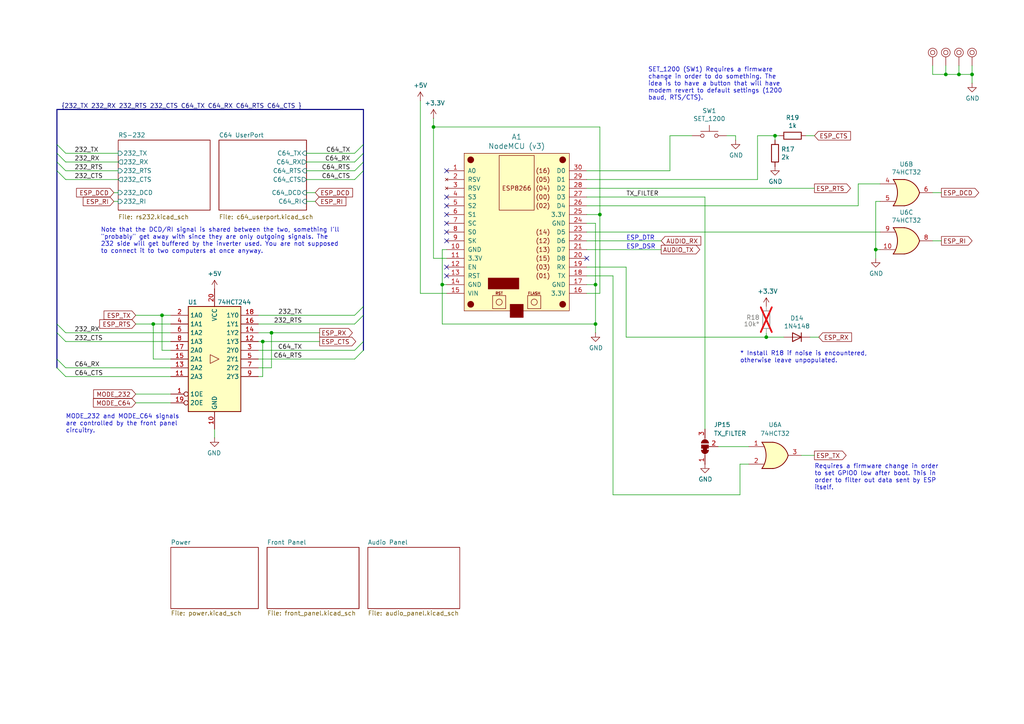
<source format=kicad_sch>
(kicad_sch (version 20231120) (generator "eeschema") (generator_version "8.0")
  (paper "A4")
  (title_block (title "BulkyModem") (rev "A") (comment 3 "Commodore 64 and standard RS-232.") (comment 4 "Retro WIFI modem, made for the fun of it. The goal is to have it selectable between"))
  (lib_symbols
    (symbol "74xx:74HCT244"
      (property "Reference" "U" (at -7.62 16.51 0))
      (property "Value" "74HCT244" (at -7.62 -16.51 0))
      (symbol "74HCT244_1_0"
        (polyline (pts (xy 1.27 0) (xy -1.27 1.27) (xy -1.27 -1.27) (xy 1.27 0)) (stroke (width 0.1524)))
        (pin input inverted (at -12.7 -10.16 0) (length 5.08) (name "1OE") (number "1"))
        (pin power_in line (at 0 -20.32 90) (length 5.08) (name "GND") (number "10"))
        (pin input line (at -12.7 -5.08 0) (length 5.08) (name "2A3") (number "11"))
        (pin tri_state line (at 12.7 5.08 180) (length 5.08) (name "1Y3") (number "12"))
        (pin input line (at -12.7 -2.54 0) (length 5.08) (name "2A2") (number "13"))
        (pin tri_state line (at 12.7 7.62 180) (length 5.08) (name "1Y2") (number "14"))
        (pin input line (at -12.7 0 0) (length 5.08) (name "2A1") (number "15"))
        (pin tri_state line (at 12.7 10.16 180) (length 5.08) (name "1Y1") (number "16"))
        (pin input line (at -12.7 2.54 0) (length 5.08) (name "2A0") (number "17"))
        (pin tri_state line (at 12.7 12.7 180) (length 5.08) (name "1Y0") (number "18"))
        (pin input inverted (at -12.7 -12.7 0) (length 5.08) (name "2OE") (number "19"))
        (pin input line (at -12.7 12.7 0) (length 5.08) (name "1A0") (number "2"))
        (pin power_in line (at 0 20.32 270) (length 5.08) (name "VCC") (number "20"))
        (pin tri_state line (at 12.7 2.54 180) (length 5.08) (name "2Y0") (number "3"))
        (pin input line (at -12.7 10.16 0) (length 5.08) (name "1A1") (number "4"))
        (pin tri_state line (at 12.7 0 180) (length 5.08) (name "2Y1") (number "5"))
        (pin input line (at -12.7 7.62 0) (length 5.08) (name "1A2") (number "6"))
        (pin tri_state line (at 12.7 -2.54 180) (length 5.08) (name "2Y2") (number "7"))
        (pin input line (at -12.7 5.08 0) (length 5.08) (name "1A3") (number "8"))
        (pin tri_state line (at 12.7 -5.08 180) (length 5.08) (name "2Y3") (number "9"))
      )
      (symbol "74HCT244_1_1"
        (rectangle (start -7.62 15.24) (end 7.62 -15.24) (stroke (width 0.254)) (fill (type background)))
      )
    )
    (symbol "74xx:74LS32" (pin_names (offset 1.016))
      (property "Reference" "U" (at 0 1.27 0))
      (property "Value" "74LS32" (at 0 -1.27 0))
      (symbol "74LS32_1_1"
        (arc (start -3.81 -3.81) (mid -2.589 0) (end -3.81 3.81) (stroke (width 0.254)))
        (arc (start -0.6096 -3.81) (mid 2.1842 -2.5851) (end 3.81 0) (stroke (width 0.254)) (fill (type background)))
        (polyline (pts (xy -3.81 -3.81) (xy -0.635 -3.81)) (stroke (width 0.254)) (fill (type background)))
        (polyline (pts (xy -3.81 3.81) (xy -0.635 3.81)) (stroke (width 0.254)) (fill (type background)))
        (polyline (pts (xy -0.635 3.81) (xy -3.81 3.81) (xy -3.81 3.81) (xy -3.556 3.4036) (xy -3.0226 2.2606) (xy -2.6924 1.0414) (xy -2.6162 -0.254) (xy -2.7686 -1.4986) (xy -3.175 -2.7178) (xy -3.81 -3.81) (xy -3.81 -3.81) (xy -0.635 -3.81)) (stroke (width -25.4)) (fill (type background)))
        (arc (start 3.81 0) (mid 2.1915 2.5936) (end -0.6096 3.81) (stroke (width 0.254)) (fill (type background)))
        (pin input line (at -7.62 2.54 0) (length 4.318) (name "~") (number "1"))
        (pin input line (at -7.62 -2.54 0) (length 4.318) (name "~") (number "2"))
        (pin output line (at 7.62 0 180) (length 3.81) (name "~") (number "3"))
      )
      (symbol "74LS32_1_2"
        (arc (start 0 -3.81) (mid 3.7934 0) (end 0 3.81) (stroke (width 0.254)) (fill (type background)))
        (polyline (pts (xy 0 3.81) (xy -3.81 3.81) (xy -3.81 -3.81) (xy 0 -3.81)) (stroke (width 0.254)) (fill (type background)))
        (pin input inverted (at -7.62 2.54 0) (length 3.81) (name "~") (number "1"))
        (pin input inverted (at -7.62 -2.54 0) (length 3.81) (name "~") (number "2"))
        (pin output inverted (at 7.62 0 180) (length 3.81) (name "~") (number "3"))
      )
      (symbol "74LS32_2_1"
        (arc (start -3.81 -3.81) (mid -2.589 0) (end -3.81 3.81) (stroke (width 0.254)))
        (arc (start -0.6096 -3.81) (mid 2.1842 -2.5851) (end 3.81 0) (stroke (width 0.254)) (fill (type background)))
        (polyline (pts (xy -3.81 -3.81) (xy -0.635 -3.81)) (stroke (width 0.254)) (fill (type background)))
        (polyline (pts (xy -3.81 3.81) (xy -0.635 3.81)) (stroke (width 0.254)) (fill (type background)))
        (polyline (pts (xy -0.635 3.81) (xy -3.81 3.81) (xy -3.81 3.81) (xy -3.556 3.4036) (xy -3.0226 2.2606) (xy -2.6924 1.0414) (xy -2.6162 -0.254) (xy -2.7686 -1.4986) (xy -3.175 -2.7178) (xy -3.81 -3.81) (xy -3.81 -3.81) (xy -0.635 -3.81)) (stroke (width -25.4)) (fill (type background)))
        (arc (start 3.81 0) (mid 2.1915 2.5936) (end -0.6096 3.81) (stroke (width 0.254)) (fill (type background)))
        (pin input line (at -7.62 2.54 0) (length 4.318) (name "~") (number "4"))
        (pin input line (at -7.62 -2.54 0) (length 4.318) (name "~") (number "5"))
        (pin output line (at 7.62 0 180) (length 3.81) (name "~") (number "6"))
      )
      (symbol "74LS32_2_2"
        (arc (start 0 -3.81) (mid 3.7934 0) (end 0 3.81) (stroke (width 0.254)) (fill (type background)))
        (polyline (pts (xy 0 3.81) (xy -3.81 3.81) (xy -3.81 -3.81) (xy 0 -3.81)) (stroke (width 0.254)) (fill (type background)))
        (pin input inverted (at -7.62 2.54 0) (length 3.81) (name "~") (number "4"))
        (pin input inverted (at -7.62 -2.54 0) (length 3.81) (name "~") (number "5"))
        (pin output inverted (at 7.62 0 180) (length 3.81) (name "~") (number "6"))
      )
      (symbol "74LS32_3_1"
        (arc (start -3.81 -3.81) (mid -2.589 0) (end -3.81 3.81) (stroke (width 0.254)))
        (arc (start -0.6096 -3.81) (mid 2.1842 -2.5851) (end 3.81 0) (stroke (width 0.254)) (fill (type background)))
        (polyline (pts (xy -3.81 -3.81) (xy -0.635 -3.81)) (stroke (width 0.254)) (fill (type background)))
        (polyline (pts (xy -3.81 3.81) (xy -0.635 3.81)) (stroke (width 0.254)) (fill (type background)))
        (polyline (pts (xy -0.635 3.81) (xy -3.81 3.81) (xy -3.81 3.81) (xy -3.556 3.4036) (xy -3.0226 2.2606) (xy -2.6924 1.0414) (xy -2.6162 -0.254) (xy -2.7686 -1.4986) (xy -3.175 -2.7178) (xy -3.81 -3.81) (xy -3.81 -3.81) (xy -0.635 -3.81)) (stroke (width -25.4)) (fill (type background)))
        (arc (start 3.81 0) (mid 2.1915 2.5936) (end -0.6096 3.81) (stroke (width 0.254)) (fill (type background)))
        (pin input line (at -7.62 -2.54 0) (length 4.318) (name "~") (number "10"))
        (pin output line (at 7.62 0 180) (length 3.81) (name "~") (number "8"))
        (pin input line (at -7.62 2.54 0) (length 4.318) (name "~") (number "9"))
      )
      (symbol "74LS32_3_2"
        (arc (start 0 -3.81) (mid 3.7934 0) (end 0 3.81) (stroke (width 0.254)) (fill (type background)))
        (polyline (pts (xy 0 3.81) (xy -3.81 3.81) (xy -3.81 -3.81) (xy 0 -3.81)) (stroke (width 0.254)) (fill (type background)))
        (pin input inverted (at -7.62 -2.54 0) (length 3.81) (name "~") (number "10"))
        (pin output inverted (at 7.62 0 180) (length 3.81) (name "~") (number "8"))
        (pin input inverted (at -7.62 2.54 0) (length 3.81) (name "~") (number "9"))
      )
      (symbol "74LS32_4_1"
        (arc (start -3.81 -3.81) (mid -2.589 0) (end -3.81 3.81) (stroke (width 0.254)))
        (arc (start -0.6096 -3.81) (mid 2.1842 -2.5851) (end 3.81 0) (stroke (width 0.254)) (fill (type background)))
        (polyline (pts (xy -3.81 -3.81) (xy -0.635 -3.81)) (stroke (width 0.254)) (fill (type background)))
        (polyline (pts (xy -3.81 3.81) (xy -0.635 3.81)) (stroke (width 0.254)) (fill (type background)))
        (polyline (pts (xy -0.635 3.81) (xy -3.81 3.81) (xy -3.81 3.81) (xy -3.556 3.4036) (xy -3.0226 2.2606) (xy -2.6924 1.0414) (xy -2.6162 -0.254) (xy -2.7686 -1.4986) (xy -3.175 -2.7178) (xy -3.81 -3.81) (xy -3.81 -3.81) (xy -0.635 -3.81)) (stroke (width -25.4)) (fill (type background)))
        (arc (start 3.81 0) (mid 2.1915 2.5936) (end -0.6096 3.81) (stroke (width 0.254)) (fill (type background)))
        (pin output line (at 7.62 0 180) (length 3.81) (name "~") (number "11"))
        (pin input line (at -7.62 2.54 0) (length 4.318) (name "~") (number "12"))
        (pin input line (at -7.62 -2.54 0) (length 4.318) (name "~") (number "13"))
      )
      (symbol "74LS32_4_2"
        (arc (start 0 -3.81) (mid 3.7934 0) (end 0 3.81) (stroke (width 0.254)) (fill (type background)))
        (polyline (pts (xy 0 3.81) (xy -3.81 3.81) (xy -3.81 -3.81) (xy 0 -3.81)) (stroke (width 0.254)) (fill (type background)))
        (pin output inverted (at 7.62 0 180) (length 3.81) (name "~") (number "11"))
        (pin input inverted (at -7.62 2.54 0) (length 3.81) (name "~") (number "12"))
        (pin input inverted (at -7.62 -2.54 0) (length 3.81) (name "~") (number "13"))
      )
      (symbol "74LS32_5_0"
        (pin power_in line (at 0 12.7 270) (length 5.08) (name "VCC") (number "14"))
        (pin power_in line (at 0 -12.7 90) (length 5.08) (name "GND") (number "7"))
      )
      (symbol "74LS32_5_1"
        (rectangle (start -5.08 7.62) (end 5.08 -7.62) (stroke (width 0.254)) (fill (type background)))
      )
    )
    (symbol "BulkyModem:Swap_Output" (pin_names (offset 0) hide)
      (property "Reference" "JP" (at -2.54 -2.54 0))
      (property "Value" "Swap_Output" (at 0 2.794 0))
      (symbol "Swap_Output_0_1"
        (rectangle (start -1.016 0.508) (end -0.508 -0.508) (fill (type outline)))
        (arc (start -1.016 1.016) (mid -2.032 0) (end -1.016 -1.016))
        (arc (start -1.016 1.016) (mid -2.032 0) (end -1.016 -1.016) (fill (type outline)))
        (rectangle (start -0.508 1.016) (end 0.508 -1.016) (fill (type outline)))
        (polyline (pts (xy -2.54 0) (xy -2.032 0)))
        (polyline (pts (xy -1.016 1.016) (xy -1.016 -1.016)))
        (polyline (pts (xy 0 -1.27) (xy 0 -1.016)))
        (polyline (pts (xy 1.016 1.016) (xy 1.016 -1.016)))
        (polyline (pts (xy 2.54 0) (xy 2.032 0)))
        (arc (start 1.016 -1.016) (mid 2.032 0) (end 1.016 1.016))
        (arc (start 1.016 -1.016) (mid 2.032 0) (end 1.016 1.016) (fill (type outline)))
      )
      (symbol "Swap_Output_1_1"
        (pin input line (at -5.08 0 0) (length 2.54) (name "A") (number "1"))
        (pin output line (at 0 -3.81 90) (length 2.54) (name "C") (number "2"))
        (pin passive line (at 5.08 0 180) (length 2.54) (name "B") (number "3"))
      )
    )
    (symbol "Device:R" (pin_numbers hide) (pin_names (offset 0))
      (property "Reference" "R" (at 2.032 0 90))
      (property "Value" "R" (at 0 0 90))
      (symbol "R_0_1"
        (rectangle (start -1.016 -2.54) (end 1.016 2.54) (stroke (width 0.254)))
      )
      (symbol "R_1_1"
        (pin passive line (at 0 3.81 270) (length 1.27) (name "~") (number "1"))
        (pin passive line (at 0 -3.81 90) (length 1.27) (name "~") (number "2"))
      )
    )
    (symbol "Diode:1N4148" (pin_numbers hide) (pin_names hide)
      (property "Reference" "D" (at 0 2.54 0))
      (property "Value" "1N4148" (at 0 -2.54 0))
      (symbol "1N4148_0_1"
        (polyline (pts (xy -1.27 1.27) (xy -1.27 -1.27)) (stroke (width 0.254)))
        (polyline (pts (xy 1.27 0) (xy -1.27 0)))
        (polyline (pts (xy 1.27 1.27) (xy 1.27 -1.27) (xy -1.27 0) (xy 1.27 1.27)) (stroke (width 0.254)))
      )
      (symbol "1N4148_1_1"
        (pin passive line (at -3.81 0 0) (length 2.54) (name "K") (number "1"))
        (pin passive line (at 3.81 0 180) (length 2.54) (name "A") (number "2"))
      )
    )
    (symbol "Switch:SW_Push" (pin_numbers hide) (pin_names (offset 1.016) hide)
      (property "Reference" "SW" (at 1.27 2.54 0))
      (property "Value" "SW_Push" (at 0 -1.524 0))
      (symbol "SW_Push_0_1"
        (circle (center -2.032 0) (radius 0.508))
        (polyline (pts (xy 0 1.27) (xy 0 3.048)))
        (polyline (pts (xy 2.54 1.27) (xy -2.54 1.27)))
        (circle (center 2.032 0) (radius 0.508))
        (pin passive line (at -5.08 0 0) (length 2.54) (name "1") (number "1"))
        (pin passive line (at 5.08 0 180) (length 2.54) (name "2") (number "2"))
      )
    )
    (symbol "mounting:Mounting_Pin" (pin_numbers hide) (pin_names (offset 0) hide)
      (symbol "Mounting_Pin_0_1"
        (circle (center 0 0) (radius 0.635))
        (circle (center 0 0) (radius 1.27))
      )
      (symbol "Mounting_Pin_1_1"
        (pin passive line (at 0 -3.81 90) (length 2.54) (name "~") (number "1"))
      )
    )
    (symbol "nodemcu_v3:NodeMCU_v3" (pin_names (offset 1.016))
      (property "Reference" "A" (at -13.335 24.13 0))
      (property "Value" "NodeMCU_v3" (at 0 -3.175 90))
      (symbol "NodeMCU_v3_0_0"
        (circle (center -13.335 20.955) (radius 0.889) (fill (type outline)))
        (rectangle (start 3.175 -18.415) (end 6.985 -22.225))
        (circle (center 5.08 -20.32) (radius 0.889))
        (text "(16)" (at 7.62 17.78 0) (effects (font (size 1.27 1.27))))
        (text "ESP8266" (at 0 12.7 0) (effects (font (size 1.27 1.27))))
        (text "FLASH" (at 5.08 -17.78 0) (effects (font (size 0.7874 0.7874))))
        (text "RST" (at -5.08 -17.78 0) (effects (font (size 0.7874 0.7874))))
      )
      (symbol "NodeMCU_v3_0_1"
        (rectangle (start -15.24 -22.86) (end 15.24 22.86) (fill (type background)))
        (rectangle (start -8.255 -13.335) (end 0.635 -16.51) (fill (type outline)))
        (rectangle (start -5.08 22.225) (end 5.08 6.35))
        (rectangle (start -1.905 -20.955) (end 1.905 -24.765) (fill (type outline)))
      )
      (symbol "NodeMCU_v3_1_1"
        (circle (center -13.335 -20.955) (radius 0.889) (fill (type outline)))
        (rectangle (start -6.985 -18.415) (end -3.175 -22.225))
        (circle (center -5.08 -20.32) (radius 0.889))
        (circle (center 13.335 -20.955) (radius 0.889) (fill (type outline)))
        (circle (center 13.335 20.955) (radius 0.889) (fill (type outline)))
        (text "(00)" (at 7.62 10.16 0) (effects (font (size 1.27 1.27))))
        (text "(01)" (at 7.62 -12.7 0) (effects (font (size 1.27 1.27))))
        (text "(02)" (at 7.62 7.62 0) (effects (font (size 1.27 1.27))))
        (text "(03)" (at 7.62 -10.16 0) (effects (font (size 1.27 1.27))))
        (text "(04)" (at 7.62 12.7 0) (effects (font (size 1.27 1.27))))
        (text "(05)" (at 7.62 15.24 0) (effects (font (size 1.27 1.27))))
        (text "(12)" (at 7.62 -2.54 0) (effects (font (size 1.27 1.27))))
        (text "(13)" (at 7.62 -5.08 0) (effects (font (size 1.27 1.27))))
        (text "(14)" (at 7.62 0 0) (effects (font (size 1.27 1.27))))
        (text "(15)" (at 7.62 -7.62 0) (effects (font (size 1.27 1.27))))
        (pin input line (at -20.32 17.78 0) (length 5.08) (name "A0") (number "1"))
        (pin passive line (at -20.32 -5.08 0) (length 5.08) (name "GND") (number "10"))
        (pin power_out line (at -20.32 -7.62 0) (length 5.08) (name "3.3V") (number "11"))
        (pin input line (at -20.32 -10.16 0) (length 5.08) (name "EN") (number "12"))
        (pin input line (at -20.32 -12.7 0) (length 5.08) (name "RST") (number "13"))
        (pin power_in line (at -20.32 -15.24 0) (length 5.08) (name "GND") (number "14"))
        (pin power_in line (at -20.32 -17.78 0) (length 5.08) (name "VIN") (number "15"))
        (pin passive line (at 20.32 -17.78 180) (length 5.08) (name "3.3V") (number "16"))
        (pin passive line (at 20.32 -15.24 180) (length 5.08) (name "GND") (number "17"))
        (pin output line (at 20.32 -12.7 180) (length 5.08) (name "TX") (number "18"))
        (pin input line (at 20.32 -10.16 180) (length 5.08) (name "RX") (number "19"))
        (pin no_connect line (at -20.32 15.24 0) (length 5.08) (name "RSV") (number "2"))
        (pin bidirectional line (at 20.32 -7.62 180) (length 5.08) (name "D8") (number "20"))
        (pin bidirectional line (at 20.32 -5.08 180) (length 5.08) (name "D7") (number "21"))
        (pin bidirectional line (at 20.32 -2.54 180) (length 5.08) (name "D6") (number "22"))
        (pin bidirectional line (at 20.32 0 180) (length 5.08) (name "D5") (number "23"))
        (pin passive line (at 20.32 2.54 180) (length 5.08) (name "GND") (number "24"))
        (pin passive line (at 20.32 5.08 180) (length 5.08) (name "3.3V") (number "25"))
        (pin bidirectional line (at 20.32 7.62 180) (length 5.08) (name "D4") (number "26"))
        (pin bidirectional line (at 20.32 10.16 180) (length 5.08) (name "D3") (number "27"))
        (pin bidirectional line (at 20.32 12.7 180) (length 5.08) (name "D2") (number "28"))
        (pin bidirectional line (at 20.32 15.24 180) (length 5.08) (name "D1") (number "29"))
        (pin no_connect line (at -20.32 12.7 0) (length 5.08) (name "RSV") (number "3"))
        (pin bidirectional line (at 20.32 17.78 180) (length 5.08) (name "D0") (number "30"))
        (pin bidirectional line (at -20.32 10.16 0) (length 5.08) (name "S3") (number "4"))
        (pin bidirectional line (at -20.32 7.62 0) (length 5.08) (name "S2") (number "5"))
        (pin bidirectional line (at -20.32 5.08 0) (length 5.08) (name "S1") (number "6"))
        (pin bidirectional line (at -20.32 2.54 0) (length 5.08) (name "SC") (number "7"))
        (pin bidirectional line (at -20.32 0 0) (length 5.08) (name "S0") (number "8"))
        (pin bidirectional line (at -20.32 -2.54 0) (length 5.08) (name "SK") (number "9"))
      )
    )
    (symbol "power:+3.3V" (power) (pin_numbers hide) (pin_names (offset 0) hide)
      (property "Value" "+3.3V" (at 0 3.556 0))
      (symbol "+3.3V_0_1"
        (polyline (pts (xy -0.762 1.27) (xy 0 2.54)))
        (polyline (pts (xy 0 0) (xy 0 2.54)))
        (polyline (pts (xy 0 2.54) (xy 0.762 1.27)))
      )
      (symbol "+3.3V_1_1"
        (pin power_in line (at 0 0 90) (length 0) (name "~") (number "1"))
      )
    )
    (symbol "power:+5V" (power) (pin_numbers hide) (pin_names (offset 0) hide)
      (property "Value" "+5V" (at 0 3.556 0))
      (symbol "+5V_0_1"
        (polyline (pts (xy -0.762 1.27) (xy 0 2.54)))
        (polyline (pts (xy 0 0) (xy 0 2.54)))
        (polyline (pts (xy 0 2.54) (xy 0.762 1.27)))
      )
      (symbol "+5V_1_1"
        (pin power_in line (at 0 0 90) (length 0) (name "~") (number "1"))
      )
    )
    (symbol "power:GND" (power) (pin_numbers hide) (pin_names (offset 0) hide)
      (property "Value" "GND" (at 0 -3.81 0))
      (symbol "GND_0_1"
        (polyline (pts (xy 0 0) (xy 0 -1.27) (xy 1.27 -1.27) (xy 0 -2.54) (xy -1.27 -1.27) (xy 0 -1.27)))
      )
      (symbol "GND_1_1"
        (pin power_in line (at 0 0 270) (length 0) (name "~") (number "1"))
      )
    )
  )
  (junction (at 274.32 21.59))
  (junction (at 224.79 39.37))
  (junction (at 76.2 99.06))
  (junction (at 254 72.39))
  (junction (at 128.27 82.55))
  (junction (at 173.99 62.23))
  (junction (at 222.25 97.79))
  (junction (at 125.73 36.83))
  (junction (at 172.72 82.55))
  (junction (at 278.13 21.59))
  (junction (at 78.74 96.52))
  (junction (at 44.45 93.98))
  (junction (at 172.72 93.98))
  (junction (at 281.94 21.59))
  (junction (at 46.99 91.44))
  (no_connect (at 129.54 67.31))
  (no_connect (at 129.54 49.53))
  (no_connect (at 170.18 74.93))
  (no_connect (at 129.54 69.85))
  (no_connect (at 129.54 62.23))
  (no_connect (at 129.54 57.15))
  (no_connect (at 129.54 59.69))
  (no_connect (at 129.54 77.47))
  (no_connect (at 129.54 80.01))
  (no_connect (at 129.54 64.77))
  (bus_entry (at 105.41 88.9) (size -2.54 2.54))
  (bus_entry (at 19.05 96.52) (size -2.54 -2.54))
  (bus_entry (at 105.41 99.06) (size -2.54 2.54))
  (bus_entry (at 105.41 46.99) (size -2.54 2.54))
  (bus_entry (at 16.51 46.99) (size 2.54 2.54))
  (bus_entry (at 105.41 44.45) (size -2.54 2.54))
  (bus_entry (at 19.05 106.68) (size -2.54 -2.54))
  (bus_entry (at 16.51 49.53) (size 2.54 2.54))
  (bus_entry (at 19.05 109.22) (size -2.54 -2.54))
  (bus_entry (at 19.05 99.06) (size -2.54 -2.54))
  (bus_entry (at 105.41 49.53) (size -2.54 2.54))
  (bus_entry (at 16.51 41.91) (size 2.54 2.54))
  (bus_entry (at 105.41 91.44) (size -2.54 2.54))
  (bus_entry (at 105.41 101.6) (size -2.54 2.54))
  (bus_entry (at 16.51 44.45) (size 2.54 2.54))
  (bus_entry (at 105.41 41.91) (size -2.54 2.54))
  (wire (pts (xy 208.28 129.54) (xy 217.17 129.54)))
  (wire (pts (xy 255.27 58.42) (xy 254 58.42)))
  (wire (pts (xy 173.99 62.23) (xy 173.99 36.83)))
  (wire (pts (xy 19.05 109.22) (xy 49.53 109.22)))
  (wire (pts (xy 44.45 93.98) (xy 49.53 93.98)))
  (wire (pts (xy 49.53 104.14) (xy 44.45 104.14)))
  (bus (pts (xy 16.51 104.14) (xy 16.51 106.68)))
  (wire (pts (xy 125.73 36.83) (xy 125.73 74.93)))
  (wire (pts (xy 33.02 55.88) (xy 34.29 55.88)))
  (wire (pts (xy 125.73 36.83) (xy 173.99 36.83)))
  (wire (pts (xy 274.32 21.59) (xy 274.32 19.05)))
  (wire (pts (xy 233.68 39.37) (xy 236.22 39.37)))
  (wire (pts (xy 170.18 52.07) (xy 219.71 52.07)))
  (wire (pts (xy 78.74 96.52) (xy 92.71 96.52)))
  (wire (pts (xy 76.2 109.22) (xy 76.2 99.06)))
  (wire (pts (xy 204.47 57.15) (xy 204.47 124.46)))
  (bus (pts (xy 16.51 93.98) (xy 16.51 96.52)))
  (wire (pts (xy 181.61 77.47) (xy 181.61 97.79)))
  (wire (pts (xy 74.93 93.98) (xy 102.87 93.98)))
  (bus (pts (xy 105.41 41.91) (xy 105.41 44.45)))
  (wire (pts (xy 121.92 29.21) (xy 121.92 85.09)))
  (wire (pts (xy 194.31 39.37) (xy 200.66 39.37)))
  (wire (pts (xy 237.49 97.79) (xy 234.95 97.79)))
  (wire (pts (xy 170.18 77.47) (xy 181.61 77.47)))
  (wire (pts (xy 34.29 44.45) (xy 19.05 44.45)))
  (wire (pts (xy 170.18 69.85) (xy 191.77 69.85)))
  (bus (pts (xy 16.51 46.99) (xy 16.51 49.53)))
  (wire (pts (xy 254 58.42) (xy 254 72.39)))
  (wire (pts (xy 270.51 19.05) (xy 270.51 21.59)))
  (bus (pts (xy 105.41 88.9) (xy 105.41 91.44)))
  (wire (pts (xy 74.93 91.44) (xy 102.87 91.44)))
  (wire (pts (xy 248.92 53.34) (xy 255.27 53.34)))
  (wire (pts (xy 170.18 57.15) (xy 204.47 57.15)))
  (wire (pts (xy 39.37 93.98) (xy 44.45 93.98)))
  (wire (pts (xy 217.17 134.62) (xy 214.63 134.62)))
  (wire (pts (xy 128.27 82.55) (xy 128.27 93.98)))
  (wire (pts (xy 19.05 99.06) (xy 49.53 99.06)))
  (wire (pts (xy 210.82 39.37) (xy 213.36 39.37)))
  (wire (pts (xy 128.27 72.39) (xy 128.27 82.55)))
  (wire (pts (xy 74.93 96.52) (xy 78.74 96.52)))
  (bus (pts (xy 105.41 46.99) (xy 105.41 49.53)))
  (wire (pts (xy 78.74 106.68) (xy 78.74 96.52)))
  (wire (pts (xy 74.93 106.68) (xy 78.74 106.68)))
  (wire (pts (xy 91.44 55.88) (xy 88.9 55.88)))
  (wire (pts (xy 181.61 97.79) (xy 222.25 97.79)))
  (wire (pts (xy 128.27 93.98) (xy 172.72 93.98)))
  (wire (pts (xy 170.18 54.61) (xy 236.22 54.61)))
  (wire (pts (xy 222.25 96.52) (xy 222.25 97.79)))
  (wire (pts (xy 46.99 91.44) (xy 49.53 91.44)))
  (wire (pts (xy 39.37 116.84) (xy 49.53 116.84)))
  (wire (pts (xy 177.8 143.51) (xy 214.63 143.51)))
  (wire (pts (xy 254 72.39) (xy 254 74.93)))
  (wire (pts (xy 214.63 134.62) (xy 214.63 143.51)))
  (bus (pts (xy 105.41 91.44) (xy 105.41 99.06)))
  (wire (pts (xy 39.37 114.3) (xy 49.53 114.3)))
  (wire (pts (xy 274.32 21.59) (xy 278.13 21.59)))
  (wire (pts (xy 273.05 69.85) (xy 270.51 69.85)))
  (wire (pts (xy 232.41 132.08) (xy 236.22 132.08)))
  (wire (pts (xy 74.93 101.6) (xy 102.87 101.6)))
  (bus (pts (xy 105.41 31.75) (xy 105.41 41.91)))
  (bus (pts (xy 105.41 49.53) (xy 105.41 88.9)))
  (wire (pts (xy 222.25 97.79) (xy 227.33 97.79)))
  (wire (pts (xy 177.8 80.01) (xy 177.8 143.51)))
  (wire (pts (xy 278.13 21.59) (xy 278.13 19.05)))
  (wire (pts (xy 88.9 44.45) (xy 102.87 44.45)))
  (wire (pts (xy 19.05 106.68) (xy 49.53 106.68)))
  (bus (pts (xy 16.51 31.75) (xy 105.41 31.75)))
  (wire (pts (xy 125.73 34.29) (xy 125.73 36.83)))
  (wire (pts (xy 19.05 46.99) (xy 34.29 46.99)))
  (wire (pts (xy 248.92 53.34) (xy 248.92 59.69)))
  (bus (pts (xy 16.51 44.45) (xy 16.51 46.99)))
  (wire (pts (xy 170.18 67.31) (xy 255.27 67.31)))
  (wire (pts (xy 46.99 101.6) (xy 46.99 91.44)))
  (wire (pts (xy 88.9 49.53) (xy 102.87 49.53)))
  (wire (pts (xy 172.72 93.98) (xy 172.72 82.55)))
  (wire (pts (xy 273.05 55.88) (xy 270.51 55.88)))
  (wire (pts (xy 172.72 82.55) (xy 170.18 82.55)))
  (wire (pts (xy 219.71 39.37) (xy 224.79 39.37)))
  (wire (pts (xy 270.51 21.59) (xy 274.32 21.59)))
  (wire (pts (xy 170.18 80.01) (xy 177.8 80.01)))
  (bus (pts (xy 16.51 96.52) (xy 16.51 104.14)))
  (wire (pts (xy 19.05 96.52) (xy 49.53 96.52)))
  (wire (pts (xy 33.02 58.42) (xy 34.29 58.42)))
  (wire (pts (xy 281.94 19.05) (xy 281.94 21.59)))
  (wire (pts (xy 19.05 52.07) (xy 34.29 52.07)))
  (bus (pts (xy 105.41 44.45) (xy 105.41 46.99)))
  (wire (pts (xy 172.72 82.55) (xy 172.72 64.77)))
  (wire (pts (xy 172.72 64.77) (xy 170.18 64.77)))
  (wire (pts (xy 74.93 99.06) (xy 76.2 99.06)))
  (wire (pts (xy 129.54 74.93) (xy 125.73 74.93)))
  (bus (pts (xy 16.51 31.75) (xy 16.51 41.91)))
  (wire (pts (xy 91.44 58.42) (xy 88.9 58.42)))
  (wire (pts (xy 170.18 49.53) (xy 194.31 49.53)))
  (wire (pts (xy 128.27 82.55) (xy 129.54 82.55)))
  (wire (pts (xy 129.54 72.39) (xy 128.27 72.39)))
  (wire (pts (xy 255.27 72.39) (xy 254 72.39)))
  (wire (pts (xy 219.71 52.07) (xy 219.71 39.37)))
  (wire (pts (xy 281.94 21.59) (xy 278.13 21.59)))
  (bus (pts (xy 105.41 99.06) (xy 105.41 101.6)))
  (wire (pts (xy 44.45 104.14) (xy 44.45 93.98)))
  (wire (pts (xy 76.2 99.06) (xy 92.71 99.06)))
  (wire (pts (xy 170.18 85.09) (xy 173.99 85.09)))
  (wire (pts (xy 172.72 93.98) (xy 172.72 96.52)))
  (wire (pts (xy 121.92 85.09) (xy 129.54 85.09)))
  (wire (pts (xy 170.18 72.39) (xy 191.77 72.39)))
  (wire (pts (xy 49.53 101.6) (xy 46.99 101.6)))
  (wire (pts (xy 62.23 127) (xy 62.23 124.46)))
  (wire (pts (xy 281.94 21.59) (xy 281.94 24.13)))
  (wire (pts (xy 224.79 39.37) (xy 226.06 39.37)))
  (wire (pts (xy 213.36 39.37) (xy 213.36 40.64)))
  (wire (pts (xy 194.31 39.37) (xy 194.31 49.53)))
  (bus (pts (xy 16.51 41.91) (xy 16.51 44.45)))
  (wire (pts (xy 102.87 46.99) (xy 88.9 46.99)))
  (wire (pts (xy 170.18 62.23) (xy 173.99 62.23)))
  (wire (pts (xy 170.18 59.69) (xy 248.92 59.69)))
  (wire (pts (xy 39.37 91.44) (xy 46.99 91.44)))
  (wire (pts (xy 74.93 104.14) (xy 102.87 104.14)))
  (bus (pts (xy 16.51 49.53) (xy 16.51 93.98)))
  (wire (pts (xy 74.93 109.22) (xy 76.2 109.22)))
  (wire (pts (xy 173.99 85.09) (xy 173.99 62.23)))
  (wire (pts (xy 34.29 49.53) (xy 19.05 49.53)))
  (wire (pts (xy 224.79 40.64) (xy 224.79 39.37)))
  (wire (pts (xy 102.87 52.07) (xy 88.9 52.07)))
  (text "SET_1200 (SW1) Requires a firmware\nchange in order to do something. The\nidea is to have a button that will have\nmodem revert to default settings (1200\nbaud, RTS/CTS)." (at 187.96 29.21 0) (effects (font (size 1.27 1.27)) (justify left bottom)))
  (text "MODE_232 and MODE_C64 signals\nare controlled by the front panel\ncircuitry." (at 19.05 125.73 0) (effects (font (size 1.27 1.27)) (justify left bottom)))
  (text "ESP_DSR" (at 181.61 72.39 0) (effects (font (size 1.27 1.27)) (justify left bottom)))
  (text "* Install R18 if noise is encountered,\notherwise leave unpopulated." (at 214.63 105.41 0) (effects (font (size 1.27 1.27)) (justify left bottom)))
  (text "Note that the DCD/RI signal is shared between the two, something I'll\n\"probably\" get away with since they are only outgoing signals. The\n232 side will get buffered by the inverter used. You are not supposed\nto connect it to two computers at once anyway." (at 29.21 73.66 0) (effects (font (size 1.27 1.27)) (justify left bottom)))
  (text "ESP_DTR" (at 181.61 69.85 0) (effects (font (size 1.27 1.27)) (justify left bottom)))
  (text "Requires a firmware change in order\nto set GPIO0 low after boot. This in\norder to filter out data sent by ESP\nitself." (at 236.22 142.24 0) (effects (font (size 1.27 1.27)) (justify left bottom)))
  (label "232_RX" (at 21.59 46.99 0))
  (label "232_RTS" (at 87.63 93.98 180))
  (label "C64_RX" (at 101.6 46.99 180))
  (label "{232_TX 232_RX 232_RTS 232_CTS C64_TX C64_RX C64_RTS C64_CTS }" (at 17.78 31.75 0))
  (label "TX_FILTER" (at 181.61 57.15 0))
  (label "C64_RX" (at 21.59 106.68 0))
  (label "232_CTS" (at 21.59 99.06 0))
  (label "C64_TX" (at 101.6 44.45 180))
  (label "C64_CTS" (at 21.59 109.22 0))
  (label "232_TX" (at 87.63 91.44 180))
  (label "232_RTS" (at 21.59 49.53 0))
  (label "C64_TX" (at 87.63 101.6 180))
  (label "232_TX" (at 21.59 44.45 0))
  (label "C64_RTS" (at 101.6 49.53 180))
  (label "C64_RTS" (at 87.63 104.14 180))
  (label "232_CTS" (at 21.59 52.07 0))
  (label "232_RX" (at 21.59 96.52 0))
  (label "C64_CTS" (at 101.6 52.07 180))
  (global_label "MODE_232" (shape input) (at 39.37 114.3 180) (property "Intersheetrefs" "${INTERSHEET_REFS}" (effects (hide yes))))
  (global_label "ESP_RI" (shape output) (at 273.05 69.85 0) (property "Intersheetrefs" "${INTERSHEET_REFS}" (effects (hide yes))))
  (global_label "ESP_RI" (shape input) (at 91.44 58.42 0) (property "Intersheetrefs" "${INTERSHEET_REFS}" (effects (hide yes))))
  (global_label "ESP_DCD" (shape output) (at 273.05 55.88 0) (property "Intersheetrefs" "${INTERSHEET_REFS}" (effects (hide yes))))
  (global_label "ESP_RX" (shape output) (at 92.71 96.52 0) (property "Intersheetrefs" "${INTERSHEET_REFS}" (effects (hide yes))))
  (global_label "ESP_RTS" (shape output) (at 236.22 54.61 0) (property "Intersheetrefs" "${INTERSHEET_REFS}" (effects (hide yes))))
  (global_label "ESP_RI" (shape input) (at 33.02 58.42 180) (property "Intersheetrefs" "${INTERSHEET_REFS}" (effects (hide yes))))
  (global_label "ESP_RTS" (shape input) (at 39.37 93.98 180) (property "Intersheetrefs" "${INTERSHEET_REFS}" (effects (hide yes))))
  (global_label "ESP_CTS" (shape input) (at 236.22 39.37 0) (property "Intersheetrefs" "${INTERSHEET_REFS}" (effects (hide yes))))
  (global_label "ESP_TX" (shape input) (at 39.37 91.44 180) (property "Intersheetrefs" "${INTERSHEET_REFS}" (effects (hide yes))))
  (global_label "AUDIO_TX" (shape output) (at 191.77 72.39 0) (property "Intersheetrefs" "${INTERSHEET_REFS}" (effects (hide yes))))
  (global_label "ESP_DCD" (shape input) (at 33.02 55.88 180) (property "Intersheetrefs" "${INTERSHEET_REFS}" (effects (hide yes))))
  (global_label "ESP_DCD" (shape input) (at 91.44 55.88 0) (property "Intersheetrefs" "${INTERSHEET_REFS}" (effects (hide yes))))
  (global_label "MODE_C64" (shape input) (at 39.37 116.84 180) (property "Intersheetrefs" "${INTERSHEET_REFS}" (effects (hide yes))))
  (global_label "ESP_RX" (shape input) (at 237.49 97.79 0) (property "Intersheetrefs" "${INTERSHEET_REFS}" (effects (hide yes))))
  (global_label "AUDIO_RX" (shape input) (at 191.77 69.85 0) (property "Intersheetrefs" "${INTERSHEET_REFS}" (effects (hide yes))))
  (global_label "ESP_TX" (shape output) (at 236.22 132.08 0) (property "Intersheetrefs" "${INTERSHEET_REFS}" (effects (hide yes))))
  (global_label "ESP_CTS" (shape output) (at 92.71 99.06 0) (property "Intersheetrefs" "${INTERSHEET_REFS}" (effects (hide yes))))
  (symbol (lib_id "mounting:Mounting_Pin") (at 278.13 15.24 0) (unit 1)
    (property "Reference" "M3" (effects (hide yes)))
    (property "Value" "Mounting" (effects (hide yes)))
    (property "Footprint" "mounting:M3_pin" (effects (hide yes)))
    (property "Description" "Generic connector, single row, 01x01" (effects (hide yes)))
  )
  (symbol (lib_id "mounting:Mounting_Pin") (at 281.94 15.24 0) (unit 1)
    (property "Reference" "M4" (effects (hide yes)))
    (property "Value" "Mounting" (effects (hide yes)))
    (property "Footprint" "mounting:M3_pin" (effects (hide yes)))
    (property "Description" "Generic connector, single row, 01x01" (effects (hide yes)))
  )
  (symbol (lib_id "mounting:Mounting_Pin") (at 274.32 15.24 0) (unit 1)
    (property "Reference" "M2" (effects (hide yes)))
    (property "Value" "Mounting" (effects (hide yes)))
    (property "Footprint" "mounting:M3_pin" (effects (hide yes)))
    (property "Description" "Generic connector, single row, 01x01" (effects (hide yes)))
  )
  (symbol (lib_id "nodemcu_v3:NodeMCU_v3") (at 149.86 67.31 0) (unit 1)
    (property "Reference" "A1" (at 149.86 39.7002 0) (effects (font (size 1.524 1.524))))
    (property "Value" "NodeMCU (v3)" (at 149.86 42.3926 0) (effects (font (size 1.524 1.524))))
    (property "Footprint" "nodemcu_v3:NodeMCU-LoLinV3" (effects (hide yes)))
  )
  (symbol (lib_id "power:+3.3V") (at 125.73 34.29 0) (unit 1)
    (property "Reference" "#PWR0102" (effects (hide yes)))
    (property "Value" "+3.3V" (at 126.111 29.8958 0))
    (property "Description" "Power symbol creates a global label with name \"+3.3V\"" (effects (hide yes)))
  )
  (symbol (lib_id "power:GND") (at 172.72 96.52 0) (unit 1)
    (property "Reference" "#PWR0104" (effects (hide yes)))
    (property "Value" "GND" (at 172.847 100.9142 0))
    (property "Description" "Power symbol creates a global label with name \"GND\" , ground" (effects (hide yes)))
  )
  (symbol (lib_id "power:+5V") (at 121.92 29.21 0) (unit 1)
    (property "Reference" "#PWR0107" (effects (hide yes)))
    (property "Value" "+5V" (at 121.92 24.765 0))
    (property "Description" "Power symbol creates a global label with name \"+5V\"" (effects (hide yes)))
  )
  (symbol (lib_id "74xx:74HCT244") (at 62.23 104.14 0) (unit 1)
    (property "Reference" "U1" (at 55.88 87.63 0))
    (property "Value" "74HCT244" (at 67.945 87.63 0))
    (property "Footprint" "Package_DIP:DIP-20_W7.62mm_Socket_LongPads" (effects (hide yes)))
    (property "Datasheet" "https://assets.nexperia.com/documents/data-sheet/74HC_HCT244.pdf" (effects (hide yes)))
    (property "Description" "8-bit Buffer/Line Driver 3-state" (effects (hide yes)))
  )
  (symbol (lib_id "power:+5V") (at 62.23 83.82 0) (unit 1)
    (property "Reference" "#PWR01" (effects (hide yes)))
    (property "Value" "+5V" (at 62.23 79.375 0))
    (property "Description" "Power symbol creates a global label with name \"+5V\"" (effects (hide yes)))
  )
  (symbol (lib_id "power:GND") (at 62.23 127 0) (mirror y) (unit 1)
    (property "Reference" "#PWR03" (effects (hide yes)))
    (property "Value" "GND" (at 62.103 131.3942 0))
    (property "Description" "Power symbol creates a global label with name \"GND\" , ground" (effects (hide yes)))
  )
  (symbol (lib_id "mounting:Mounting_Pin") (at 270.51 15.24 0) (unit 1)
    (property "Reference" "M1" (effects (hide yes)))
    (property "Value" "Mounting" (effects (hide yes)))
    (property "Footprint" "mounting:M3_pin" (effects (hide yes)))
    (property "Description" "Generic connector, single row, 01x01" (effects (hide yes)))
  )
  (symbol (lib_id "Device:R") (at 229.87 39.37 270) (unit 1)
    (property "Reference" "R19" (at 229.87 34.1122 90))
    (property "Value" "1k" (at 229.87 36.4236 90))
    (property "Footprint" "resistor:R_Axial_DIN0207_L6.3mm_D2.5mm_P10.16mm_Horizontal" (effects (hide yes)))
    (property "Description" "Resistor" (effects (hide yes)))
  )
  (symbol (lib_id "Device:R") (at 224.79 44.45 180) (unit 1)
    (property "Reference" "R17" (at 226.568 43.2816 0) (effects (justify right)))
    (property "Value" "2k" (at 226.568 45.593 0) (effects (justify right)))
    (property "Footprint" "resistor:R_Axial_DIN0207_L6.3mm_D2.5mm_P10.16mm_Horizontal" (effects (hide yes)))
    (property "Description" "Resistor" (effects (hide yes)))
  )
  (symbol (lib_id "Device:R") (at 222.25 92.71 0) (unit 1) (dnp yes)
    (property "Reference" "R18" (at 220.345 92.075 0) (effects (justify right)))
    (property "Value" "10k*" (at 220.345 93.98 0) (effects (justify right)))
    (property "Footprint" "resistor:R_Axial_DIN0207_L6.3mm_D2.5mm_P10.16mm_Horizontal" (effects (hide yes)))
    (property "Description" "Resistor" (effects (hide yes)))
  )
  (symbol (lib_id "power:GND") (at 224.79 48.26 0) (unit 1)
    (property "Reference" "#PWR0135" (effects (hide yes)))
    (property "Value" "GND" (at 224.917 52.6542 0))
    (property "Description" "Power symbol creates a global label with name \"GND\" , ground" (effects (hide yes)))
  )
  (symbol (lib_id "74xx:74LS32") (at 224.79 132.08 0) (unit 1)
    (property "Reference" "U6" (at 224.79 123.19 0))
    (property "Value" "74HCT32" (at 224.79 125.73 0))
    (property "Footprint" "Package_DIP:DIP-14_W7.62mm_Socket_LongPads" (effects (hide yes)))
    (property "Datasheet" "http://www.ti.com/lit/gpn/sn74LS32" (effects (hide yes)))
    (property "Description" "Quad 2-input OR" (effects (hide yes)))
  )
  (symbol (lib_id "BulkyModem:Swap_Output") (at 204.47 129.54 90) (unit 1)
    (property "Reference" "JP15" (at 207.01 123.19 90) (effects (justify right)))
    (property "Value" "TX_FILTER" (at 207.01 125.73 90) (effects (justify right)))
    (property "Footprint" "solder_bridge:SolderJumper-3_P1.3mm_Open_RoundedPad1.0x1.5mm" (effects (hide yes)))
    (property "Description" "3-pole Solder Jumper, pins 1+2 closed/bridged" (effects (hide yes)))
  )
  (symbol (lib_id "power:GND") (at 204.47 134.62 0) (unit 1)
    (property "Reference" "#PWR010" (effects (hide yes)))
    (property "Value" "GND" (at 204.597 139.0142 0))
    (property "Description" "Power symbol creates a global label with name \"GND\" , ground" (effects (hide yes)))
  )
  (symbol (lib_id "Switch:SW_Push") (at 205.74 39.37 0) (unit 1)
    (property "Reference" "SW1" (at 205.74 32.131 0))
    (property "Value" "SET_1200" (at 205.74 34.4424 0))
    (property "Footprint" "Button_Switch_THT:SW_Tactile_SPST_Angled_PTS645Vx39-2LFS" (effects (hide yes)))
    (property "Description" "Push button switch, generic, two pins" (effects (hide yes)))
  )
  (symbol (lib_id "power:GND") (at 213.36 40.64 0) (unit 1)
    (property "Reference" "#PWR0120" (effects (hide yes)))
    (property "Value" "GND" (at 213.487 45.0342 0))
    (property "Description" "Power symbol creates a global label with name \"GND\" , ground" (effects (hide yes)))
  )
  (symbol (lib_id "74xx:74LS32") (at 262.89 55.88 0) (unit 2)
    (property "Reference" "U6" (at 262.89 47.625 0))
    (property "Value" "74HCT32" (at 262.89 49.9364 0))
    (property "Footprint" "Package_DIP:DIP-14_W7.62mm_Socket_LongPads" (effects (hide yes)))
    (property "Datasheet" "http://www.ti.com/lit/gpn/sn74LS32" (effects (hide yes)))
    (property "Description" "Quad 2-input OR" (effects (hide yes)))
  )
  (symbol (lib_id "74xx:74LS32") (at 262.89 69.85 0) (unit 3)
    (property "Reference" "U6" (at 262.89 61.595 0))
    (property "Value" "74HCT32" (at 262.89 63.9064 0))
    (property "Footprint" "Package_DIP:DIP-14_W7.62mm_Socket_LongPads" (effects (hide yes)))
    (property "Datasheet" "http://www.ti.com/lit/gpn/sn74LS32" (effects (hide yes)))
    (property "Description" "Quad 2-input OR" (effects (hide yes)))
  )
  (symbol (lib_id "power:GND") (at 254 74.93 0) (unit 1)
    (property "Reference" "#PWR0119" (effects (hide yes)))
    (property "Value" "GND" (at 254.127 79.3242 0))
    (property "Description" "Power symbol creates a global label with name \"GND\" , ground" (effects (hide yes)))
  )
  (symbol (lib_id "power:+3.3V") (at 222.25 88.9 0) (unit 1)
    (property "Reference" "#PWR0123" (effects (hide yes)))
    (property "Value" "+3.3V" (at 222.631 84.5058 0))
    (property "Description" "Power symbol creates a global label with name \"+3.3V\"" (effects (hide yes)))
  )
  (symbol (lib_id "Diode:1N4148") (at 231.14 97.79 180) (unit 1)
    (property "Reference" "D14" (at 231.14 92.2782 0))
    (property "Value" "1N4148" (at 231.14 94.5896 0))
    (property "Footprint" "Diode_THT:D_DO-35_SOD27_P7.62mm_Horizontal" (effects (hide yes)))
    (property "Datasheet" "https://assets.nexperia.com/documents/data-sheet/1N4148_1N4448.pdf" (effects (hide yes)))
    (property "Description" "100V 0.15A standard switching diode, DO-35" (effects (hide yes)))
    (property "Sim.Device" "D" (effects (hide yes)))
    (property "Sim.Pins" "1=K 2=A" (effects (hide yes)))
  )
  (symbol (lib_id "power:GND") (at 281.94 24.13 0) (unit 1)
    (property "Reference" "#PWR011" (effects (hide yes)))
    (property "Value" "GND" (at 282.067 28.5242 0))
    (property "Description" "Power symbol creates a global label with name \"GND\" , ground" (effects (hide yes)))
  )
  (sheet (at 34.29 40.64) (size 26.67 20.32)
    (property "Sheetname" "RS-232" (at 34.29 39.9284 0) (effects (justify left bottom)))
    (property "Sheetfile" "rs232.kicad_sch" (at 34.29 62.1796 0) (effects (justify left top)))
    (pin "232_TX" input (at 34.29 44.45 180))
    (pin "232_RX" output (at 34.29 46.99 180))
    (pin "232_CTS" output (at 34.29 52.07 180))
    (pin "232_RTS" input (at 34.29 49.53 180))
    (pin "232_DCD" input (at 34.29 55.88 180))
    (pin "232_RI" input (at 34.29 58.42 180))
  )
  (sheet (at 77.47 158.75) (size 26.67 17.78)
    (property "Sheetname" "Front Panel" (at 77.47 158.0384 0) (effects (justify left bottom)))
    (property "Sheetfile" "front_panel.kicad_sch" (at 77.47 177.1146 0) (effects (justify left top)))
  )
  (sheet (at 63.5 40.64) (size 25.4 20.32)
    (property "Sheetname" "C64 UserPort" (at 63.5 39.9284 0) (effects (justify left bottom)))
    (property "Sheetfile" "c64_userport.kicad_sch" (at 63.5 62.1796 0) (effects (justify left top)))
    (pin "C64_CTS" output (at 88.9 52.07 0))
    (pin "C64_RX" output (at 88.9 46.99 0))
    (pin "C64_TX" input (at 88.9 44.45 0))
    (pin "C64_RTS" input (at 88.9 49.53 0))
    (pin "C64_DCD" input (at 88.9 55.88 0))
    (pin "C64_RI" input (at 88.9 58.42 0))
  )
  (sheet (at 49.53 158.75) (size 25.4 17.78)
    (property "Sheetname" "Power" (at 49.53 158.0384 0) (effects (justify left bottom)))
    (property "Sheetfile" "power.kicad_sch" (at 49.53 177.1146 0) (effects (justify left top)))
  )
  (sheet (at 106.68 158.75) (size 26.67 17.78) (stroke (width 0.1524))
    (property "Sheetname" "Audio Panel" (at 106.68 158.0384 0) (effects (justify left bottom)))
    (property "Sheetfile" "audio_panel.kicad_sch" (at 106.68 177.1146 0) (effects (justify left top)))
  )
)
</source>
